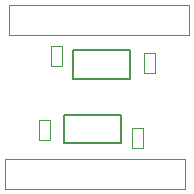
<source format=gbr>
G04*
G04 #@! TF.GenerationSoftware,Altium Limited,Altium Designer,25.8.1 (18)*
G04*
G04 Layer_Color=16711935*
%FSLAX25Y25*%
%MOIN*%
G70*
G04*
G04 #@! TF.SameCoordinates,E2154C79-DA77-42C2-A4CA-17832CE20963*
G04*
G04*
G04 #@! TF.FilePolarity,Positive*
G04*
G01*
G75*
%ADD10C,0.00787*%
%ADD12C,0.00394*%
D10*
X124224Y137661D02*
X143122D01*
Y147110D01*
X124224D02*
X143122D01*
X124224Y137661D02*
Y147110D01*
X139949Y116276D02*
Y125724D01*
X121051Y116276D02*
X139949D01*
X121051D02*
Y125724D01*
X139949D01*
D12*
X120445Y142039D02*
Y148732D01*
X116902Y142039D02*
Y148732D01*
X120445D01*
X116902Y142039D02*
X120445D01*
X147835Y139567D02*
X151378D01*
X147835Y146260D02*
X151378D01*
X147835Y139567D02*
Y146260D01*
X151378Y139567D02*
Y146260D01*
X102673Y162386D02*
X162673D01*
Y152386D02*
Y162386D01*
X102673Y152386D02*
X162673D01*
X102673D02*
Y162386D01*
X161500Y101000D02*
Y111000D01*
X101500D02*
X161500D01*
X101500Y101000D02*
Y111000D01*
Y101000D02*
X161500D01*
X112795Y117126D02*
Y123819D01*
X116339Y117126D02*
Y123819D01*
X112795Y117126D02*
X116339D01*
X112795Y123819D02*
X116339D01*
X143728Y121346D02*
X147272D01*
X143728Y114654D02*
X147272D01*
Y121346D01*
X143728Y114654D02*
Y121346D01*
M02*

</source>
